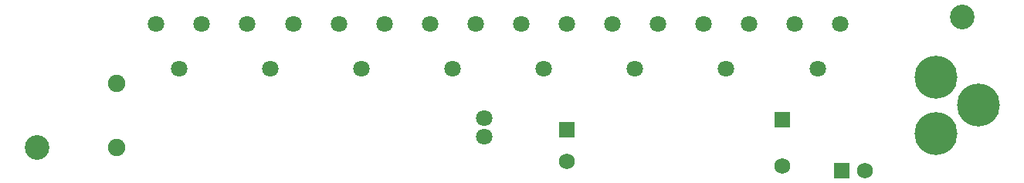
<source format=gbs>
G04 Layer_Color=10151133*
%FSLAX24Y24*%
%MOIN*%
G70*
G01*
G75*
%ADD54C,0.0710*%
%ADD55C,0.0749*%
%ADD56R,0.0680X0.0680*%
%ADD57C,0.0680*%
%ADD58R,0.0680X0.0680*%
%ADD59C,0.1852*%
%ADD60C,0.1064*%
D54*
X24390Y35433D02*
D03*
X40138D02*
D03*
X36201D02*
D03*
X32264D02*
D03*
X44075D02*
D03*
X41122Y37362D02*
D03*
X16516Y35433D02*
D03*
X20453D02*
D03*
X28327D02*
D03*
X39154Y37362D02*
D03*
X37185D02*
D03*
X43091D02*
D03*
X45059D02*
D03*
X35217D02*
D03*
X33248D02*
D03*
X31280D02*
D03*
X29311D02*
D03*
X27352D02*
D03*
X23406D02*
D03*
X21447D02*
D03*
X25374D02*
D03*
X15532D02*
D03*
X17500D02*
D03*
X19468Y37352D02*
D03*
X29675Y32510D02*
D03*
Y33297D02*
D03*
D55*
X13809Y32028D02*
D03*
Y34783D02*
D03*
D56*
X33248Y32795D02*
D03*
X42549Y33228D02*
D03*
D57*
X33248Y31417D02*
D03*
X42549Y31228D02*
D03*
X46128Y31024D02*
D03*
D58*
X45128D02*
D03*
D59*
X49173Y32628D02*
D03*
Y35069D02*
D03*
X51024Y33848D02*
D03*
D60*
X50335Y37667D02*
D03*
X10374Y32028D02*
D03*
M02*

</source>
